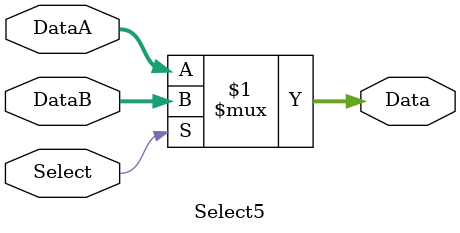
<source format=v>
`timescale 1ns / 1ps


module Select5(
    input Select,
    input [4:0] DataA,DataB,
    output [4:0] Data
    );
    assign Data=Select?DataB:DataA;
endmodule

</source>
